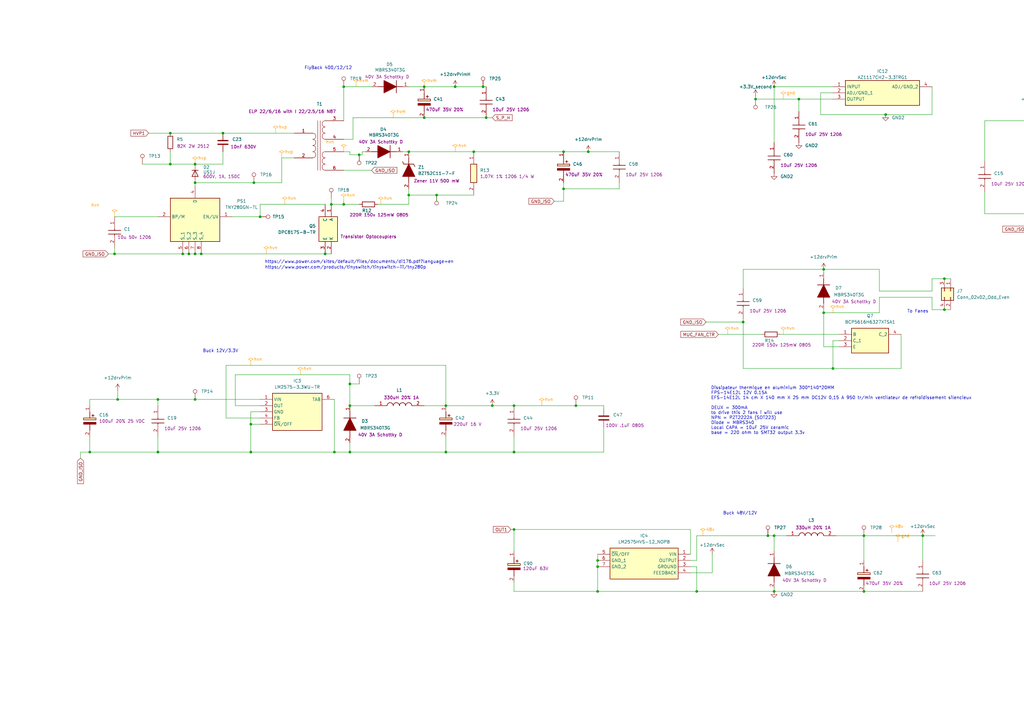
<source format=kicad_sch>
(kicad_sch (version 20250114) (generator "eeschema") (generator_version "9.0")
  (paper "A3")
  (text "Buck 12V/3.3V" (at 90.424 144.018 0) (effects (font (size 1.27 1.27))))
  (text "To Fanes\n" (at 376.428 127.762 0) (effects (font (size 1.27 1.27))))
  (text "Buck 48V/12V" (at 303.53 210.566 0) (effects (font (size 1.27 1.27))))
  (text "https://www.power.com/sites/default/files/documents/di176.pdf?language=en" (at 147.32 107.442 0) (effects (font (size 1.27 1.27))))
  (text "Dissipateur thermique en aluminium 300*140*20MM\nFPS-14E12L 12V 0.15A \nEFS-14E12L 14 cm X 140 mm X 25 mm DC12V 0,15 A 950 tr/min ventilateur de refroidissement silencieux\n\nDEUX = 300mA \nto drive this 2 fans i will use \nNPN = PZT2222A (SOT223)\nDiode = MBRS340\nLocal CAPA = 10uF 25V ceramic \nbase = 220 ohm to SMT32 output 3.3v " (at 291.592 168.402 0) (effects (font (size 1.27 1.27)) (justify left)))
  (text "https://www.power.com/products/tinyswitch/tinyswitch-iii/tny280p" (at 141.732 109.728 0) (effects (font (size 1.27 1.27))))
  (text "FlyBack 400/12/12" (at 134.62 27.94 0) (effects (font (size 1.27 1.27))))
  (junction (at 102.87 173.99))
  (junction (at 80.01 104.14))
  (junction (at 173.99 35.56))
  (junction (at 378.46 219.71))
  (junction (at 137.16 185.42))
  (junction (at 387.35 127))
  (junction (at 82.55 104.14))
  (junction (at 231.14 62.23))
  (junction (at 314.96 219.71))
  (junction (at 245.11 232.41))
  (junction (at 69.85 67.31))
  (junction (at 133.35 104.14))
  (junction (at 317.5 35.56))
  (junction (at 106.68 88.9))
  (junction (at 421.64 87.63))
  (junction (at 341.63 151.13))
  (junction (at 210.82 185.42))
  (junction (at 48.26 163.83))
  (junction (at 135.89 83.82))
  (junction (at 421.64 49.53))
  (junction (at 147.32 63.5))
  (junction (at 317.5 219.71))
  (junction (at 186.69 35.56))
  (junction (at 363.22 46.99))
  (junction (at 245.11 242.57))
  (junction (at 143.51 166.37))
  (junction (at 486.41 91.44))
  (junction (at 210.82 166.37))
  (junction (at 167.64 80.01))
  (junction (at 241.3 62.23))
  (junction (at 80.01 74.93))
  (junction (at 80.01 163.83))
  (junction (at 194.31 62.23))
  (junction (at 179.07 80.01))
  (junction (at 421.64 91.44))
  (junction (at 199.39 48.26))
  (junction (at 143.51 185.42))
  (junction (at 337.82 110.49))
  (junction (at 182.88 185.42))
  (junction (at 77.47 104.14))
  (junction (at 486.41 73.66))
  (junction (at 210.82 217.17))
  (junction (at 104.14 74.93))
  (junction (at 201.93 166.37))
  (junction (at 354.33 219.71))
  (junction (at 91.44 54.61))
  (junction (at 387.35 114.3))
  (junction (at 317.5 242.57))
  (junction (at 421.64 60.96))
  (junction (at 102.87 185.42))
  (junction (at 74.93 104.14))
  (junction (at 231.14 77.47))
  (junction (at 327.66 40.64))
  (junction (at 182.88 166.37))
  (junction (at 64.77 163.83))
  (junction (at 80.01 67.31))
  (junction (at 167.64 62.23))
  (junction (at 198.12 35.56))
  (junction (at 245.11 229.87))
  (junction (at 449.58 60.96))
  (junction (at 337.82 128.27))
  (junction (at 46.99 104.14))
  (junction (at 309.88 40.64))
  (junction (at 36.83 185.42))
  (junction (at 143.51 157.48))
  (junction (at 140.97 35.56))
  (junction (at 304.8 132.08))
  (junction (at 173.99 48.26))
  (junction (at 64.77 185.42))
  (junction (at 236.22 166.37))
  (junction (at 285.75 242.57))
  (junction (at 69.85 54.61))
  (junction (at 354.33 242.57))
  (junction (at 140.97 83.82))
  (wire (pts (xy 317.5 219.71) (xy 317.5 226.06)))
  (wire (pts (xy 167.64 80.01) (xy 167.64 77.47)))
  (wire (pts (xy 304.8 132.08) (xy 289.56 132.08)))
  (wire (pts (xy 148.59 62.23) (xy 148.59 63.5)))
  (wire (pts (xy 254 77.47) (xy 231.14 77.47)))
  (wire (pts (xy 64.77 185.42) (xy 64.77 179.07)))
  (wire (pts (xy 102.87 168.91) (xy 106.68 168.91)))
  (wire (pts (xy 209.55 217.17) (xy 210.82 217.17)))
  (wire (pts (xy 91.44 62.23) (xy 91.44 67.31)))
  (wire (pts (xy 36.83 163.83) (xy 48.26 163.83)))
  (wire (pts (xy 96.52 153.67) (xy 143.51 153.67)))
  (wire (pts (xy 179.07 80.01) (xy 167.64 80.01)))
  (wire (pts (xy 64.77 163.83) (xy 64.77 166.37)))
  (wire (pts (xy 91.44 54.61) (xy 120.65 54.61)))
  (wire (pts (xy 304.8 130.81) (xy 304.8 132.08)))
  (wire (pts (xy 403.86 87.63) (xy 421.64 87.63)))
  (wire (pts (xy 389.89 114.3) (xy 387.35 114.3)))
  (wire (pts (xy 179.07 80.01) (xy 194.31 80.01)))
  (wire (pts (xy 210.82 185.42) (xy 210.82 179.07)))
  (wire (pts (xy 285.75 229.87) (xy 283.21 229.87)))
  (wire (pts (xy 60.96 54.61) (xy 69.85 54.61)))
  (wire (pts (xy 144.78 57.15) (xy 144.78 48.26)))
  (wire (pts (xy 360.68 121.92) (xy 382.27 121.92)))
  (wire (pts (xy 382.27 121.92) (xy 382.27 127)))
  (wire (pts (xy 449.58 60.96) (xy 421.64 60.96)))
  (wire (pts (xy 382.27 127) (xy 387.35 127)))
  (wire (pts (xy 143.51 181.61) (xy 143.51 185.42)))
  (wire (pts (xy 317.5 242.57) (xy 354.33 242.57)))
  (wire (pts (xy 421.64 49.53) (xy 421.64 50.8)))
  (wire (pts (xy 210.82 166.37) (xy 236.22 166.37)))
  (wire (pts (xy 449.58 60.96) (xy 486.41 60.96)))
  (wire (pts (xy 421.64 93.98) (xy 421.64 91.44)))
  (wire (pts (xy 254 74.93) (xy 254 77.47)))
  (wire (pts (xy 210.82 217.17) (xy 283.21 217.17)))
  (wire (pts (xy 140.97 35.56) (xy 152.4 35.56)))
  (wire (pts (xy 154.94 83.82) (xy 167.64 83.82)))
  (wire (pts (xy 354.33 242.57) (xy 378.46 242.57)))
  (wire (pts (xy 285.75 232.41) (xy 285.75 242.57)))
  (wire (pts (xy 245.11 232.41) (xy 245.11 242.57)))
  (wire (pts (xy 102.87 173.99) (xy 102.87 185.42)))
  (wire (pts (xy 403.86 78.74) (xy 403.86 87.63)))
  (wire (pts (xy 36.83 185.42) (xy 64.77 185.42)))
  (wire (pts (xy 148.59 62.23) (xy 149.86 62.23)))
  (wire (pts (xy 133.35 104.14) (xy 135.89 104.14)))
  (wire (pts (xy 179.07 82.55) (xy 179.07 80.01)))
  (wire (pts (xy 336.55 38.1) (xy 341.63 38.1)))
  (wire (pts (xy 106.68 83.82) (xy 106.68 88.9)))
  (wire (pts (xy 231.14 62.23) (xy 241.3 62.23)))
  (wire (pts (xy 143.51 63.5) (xy 143.51 62.23)))
  (wire (pts (xy 304.8 110.49) (xy 304.8 118.11)))
  (wire (pts (xy 285.75 229.87) (xy 285.75 219.71)))
  (wire (pts (xy 421.64 60.96) (xy 421.64 58.42)))
  (wire (pts (xy 46.99 88.9) (xy 64.77 88.9)))
  (wire (pts (xy 403.86 49.53) (xy 403.86 66.04)))
  (wire (pts (xy 304.8 151.13) (xy 341.63 151.13)))
  (wire (pts (xy 143.51 153.67) (xy 143.51 157.48)))
  (wire (pts (xy 135.89 83.82) (xy 140.97 83.82)))
  (wire (pts (xy 210.82 185.42) (xy 247.65 185.42)))
  (wire (pts (xy 167.64 80.01) (xy 167.64 83.82)))
  (wire (pts (xy 46.99 101.6) (xy 46.99 104.14)))
  (wire (pts (xy 304.8 110.49) (xy 337.82 110.49)))
  (wire (pts (xy 115.57 64.77) (xy 120.65 64.77)))
  (wire (pts (xy 80.01 74.93) (xy 80.01 76.2)))
  (wire (pts (xy 182.88 185.42) (xy 182.88 179.07)))
  (wire (pts (xy 486.41 73.66) (xy 514.35 73.66)))
  (wire (pts (xy 283.21 217.17) (xy 283.21 227.33)))
  (wire (pts (xy 231.14 82.55) (xy 231.14 77.47)))
  (wire (pts (xy 421.64 45.72) (xy 421.64 49.53)))
  (wire (pts (xy 92.71 171.45) (xy 106.68 171.45)))
  (wire (pts (xy 106.68 166.37) (xy 96.52 166.37)))
  (wire (pts (xy 341.63 151.13) (xy 369.57 151.13)))
  (wire (pts (xy 33.02 185.42) (xy 36.83 185.42)))
  (wire (pts (xy 69.85 67.31) (xy 69.85 62.23)))
  (wire (pts (xy 360.68 128.27) (xy 360.68 121.92)))
  (wire (pts (xy 245.11 229.87) (xy 245.11 232.41)))
  (wire (pts (xy 283.21 234.95) (xy 292.1 234.95)))
  (wire (pts (xy 96.52 166.37) (xy 96.52 153.67)))
  (wire (pts (xy 309.88 40.64) (xy 327.66 40.64)))
  (wire (pts (xy 360.68 119.38) (xy 382.27 119.38)))
  (wire (pts (xy 337.82 142.24) (xy 344.17 142.24)))
  (wire (pts (xy 69.85 67.31) (xy 80.01 67.31)))
  (wire (pts (xy 74.93 104.14) (xy 77.47 104.14)))
  (wire (pts (xy 167.64 35.56) (xy 173.99 35.56)))
  (wire (pts (xy 317.5 35.56) (xy 317.5 58.42)))
  (wire (pts (xy 342.9 219.71) (xy 354.33 219.71)))
  (wire (pts (xy 360.68 110.49) (xy 360.68 119.38)))
  (wire (pts (xy 77.47 104.14) (xy 80.01 104.14)))
  (wire (pts (xy 173.99 48.26) (xy 199.39 48.26)))
  (wire (pts (xy 294.64 137.16) (xy 312.42 137.16)))
  (wire (pts (xy 106.68 83.82) (xy 133.35 83.82)))
  (wire (pts (xy 48.26 160.02) (xy 48.26 163.83)))
  (wire (pts (xy 64.77 185.42) (xy 102.87 185.42)))
  (wire (pts (xy 449.58 57.15) (xy 449.58 60.96)))
  (wire (pts (xy 247.65 167.64) (xy 247.65 166.37)))
  (wire (pts (xy 186.69 35.56) (xy 198.12 35.56)))
  (wire (pts (xy 140.97 35.56) (xy 140.97 49.53)))
  (wire (pts (xy 421.64 91.44) (xy 486.41 91.44)))
  (wire (pts (xy 378.46 219.71) (xy 378.46 229.87)))
  (wire (pts (xy 354.33 219.71) (xy 354.33 229.87)))
  (wire (pts (xy 201.93 166.37) (xy 210.82 166.37)))
  (wire (pts (xy 104.14 74.93) (xy 115.57 74.93)))
  (wire (pts (xy 140.97 57.15) (xy 144.78 57.15)))
  (wire (pts (xy 115.57 64.77) (xy 115.57 74.93)))
  (wire (pts (xy 137.16 185.42) (xy 143.51 185.42)))
  (wire (pts (xy 236.22 166.37) (xy 247.65 166.37)))
  (wire (pts (xy 140.97 82.55) (xy 140.97 83.82)))
  (wire (pts (xy 182.88 149.86) (xy 182.88 166.37)))
  (wire (pts (xy 337.82 128.27) (xy 337.82 142.24)))
  (wire (pts (xy 182.88 185.42) (xy 210.82 185.42)))
  (wire (pts (xy 143.51 157.48) (xy 143.51 166.37)))
  (wire (pts (xy 421.64 87.63) (xy 421.64 91.44)))
  (wire (pts (xy 102.87 185.42) (xy 137.16 185.42)))
  (wire (pts (xy 140.97 62.23) (xy 143.51 62.23)))
  (wire (pts (xy 137.16 163.83) (xy 137.16 185.42)))
  (wire (pts (xy 486.41 73.66) (xy 486.41 78.74)))
  (wire (pts (xy 241.3 62.23) (xy 254 62.23)))
  (wire (pts (xy 102.87 168.91) (xy 102.87 173.99)))
  (wire (pts (xy 92.71 149.86) (xy 182.88 149.86)))
  (wire (pts (xy 363.22 46.99) (xy 336.55 46.99)))
  (wire (pts (xy 314.96 219.71) (xy 317.5 219.71)))
  (wire (pts (xy 320.04 137.16) (xy 344.17 137.16)))
  (wire (pts (xy 36.83 185.42) (xy 36.83 179.07)))
  (wire (pts (xy 148.59 63.5) (xy 147.32 63.5)))
  (wire (pts (xy 317.5 35.56) (xy 341.63 35.56)))
  (wire (pts (xy 421.64 60.96) (xy 421.64 74.93)))
  (wire (pts (xy 245.11 242.57) (xy 285.75 242.57)))
  (wire (pts (xy 317.5 219.71) (xy 322.58 219.71)))
  (wire (pts (xy 337.82 110.49) (xy 360.68 110.49)))
  (wire (pts (xy 382.27 114.3) (xy 382.27 119.38)))
  (wire (pts (xy 421.64 49.53) (xy 449.58 49.53)))
  (wire (pts (xy 143.51 157.48) (xy 147.32 157.48)))
  (wire (pts (xy 165.1 62.23) (xy 167.64 62.23)))
  (wire (pts (xy 285.75 219.71) (xy 314.96 219.71)))
  (wire (pts (xy 247.65 175.26) (xy 247.65 185.42)))
  (wire (pts (xy 58.42 67.31) (xy 69.85 67.31)))
  (wire (pts (xy 337.82 110.49) (xy 337.82 111.76)))
  (wire (pts (xy 80.01 67.31) (xy 91.44 67.31)))
  (wire (pts (xy 317.5 241.3) (xy 317.5 242.57)))
  (wire (pts (xy 69.85 54.61) (xy 91.44 54.61)))
  (wire (pts (xy 198.12 35.56) (xy 199.39 35.56)))
  (wire (pts (xy 231.14 77.47) (xy 231.14 74.93)))
  (wire (pts (xy 369.57 137.16) (xy 369.57 151.13)))
  (wire (pts (xy 327.66 40.64) (xy 327.66 45.72)))
  (wire (pts (xy 425.45 74.93) (xy 421.64 74.93)))
  (wire (pts (xy 135.89 81.28) (xy 135.89 83.82)))
  (wire (pts (xy 173.99 166.37) (xy 182.88 166.37)))
  (wire (pts (xy 80.01 74.93) (xy 104.14 74.93)))
  (wire (pts (xy 327.66 40.64) (xy 341.63 40.64)))
  (wire (pts (xy 210.82 217.17) (xy 210.82 226.06)))
  (wire (pts (xy 421.64 77.47) (xy 421.64 87.63)))
  (wire (pts (xy 378.46 219.71) (xy 383.54 219.71)))
  (wire (pts (xy 285.75 242.57) (xy 317.5 242.57)))
  (wire (pts (xy 382.27 35.56) (xy 382.27 46.99)))
  (wire (pts (xy 147.32 63.5) (xy 143.51 63.5)))
  (wire (pts (xy 245.11 227.33) (xy 245.11 229.87)))
  (wire (pts (xy 82.55 104.14) (xy 133.35 104.14)))
  (wire (pts (xy 227.33 82.55) (xy 231.14 82.55)))
  (wire (pts (xy 341.63 139.7) (xy 341.63 151.13)))
  (wire (pts (xy 486.41 91.44) (xy 514.35 91.44)))
  (wire (pts (xy 421.64 49.53) (xy 403.86 49.53)))
  (wire (pts (xy 292.1 227.33) (xy 292.1 234.95)))
  (wire (pts (xy 140.97 83.82) (xy 147.32 83.82)))
  (wire (pts (xy 336.55 46.99) (xy 336.55 38.1)))
  (wire (pts (xy 387.35 114.3) (xy 382.27 114.3)))
  (wire (pts (xy 337.82 127) (xy 337.82 128.27)))
  (wire (pts (xy 80.01 163.83) (xy 64.77 163.83)))
  (wire (pts (xy 36.83 163.83) (xy 36.83 166.37)))
  (wire (pts (xy 33.02 187.96) (xy 33.02 185.42)))
  (wire (pts (xy 48.26 163.83) (xy 64.77 163.83)))
  (wire (pts (xy 140.97 69.85) (xy 152.4 69.85)))
  (wire (pts (xy 106.68 163.83) (xy 80.01 163.83)))
  (wire (pts (xy 44.45 104.14) (xy 46.99 104.14)))
  (wire (pts (xy 210.82 242.57) (xy 245.11 242.57)))
  (wire (pts (xy 80.01 104.14) (xy 82.55 104.14)))
  (wire (pts (xy 173.99 35.56) (xy 186.69 35.56)))
  (wire (pts (xy 106.68 88.9) (xy 95.25 88.9)))
  (wire (pts (xy 354.33 219.71) (xy 378.46 219.71)))
  (wire (pts (xy 210.82 238.76) (xy 210.82 242.57)))
  (wire (pts (xy 421.64 77.47) (xy 425.45 77.47)))
  (wire (pts (xy 144.78 48.26) (xy 173.99 48.26)))
  (wire (pts (xy 283.21 232.41) (xy 285.75 232.41)))
  (wire (pts (xy 182.88 166.37) (xy 201.93 166.37)))
  (wire (pts (xy 92.71 149.86) (xy 92.71 171.45)))
  (wire (pts (xy 304.8 132.08) (xy 304.8 151.13)))
  (wire (pts (xy 46.99 104.14) (xy 74.93 104.14)))
  (wire (pts (xy 309.88 40.64) (xy 309.88 39.37)))
  (wire (pts (xy 143.51 166.37) (xy 153.67 166.37)))
  (wire (pts (xy 486.41 60.96) (xy 486.41 73.66)))
  (wire (pts (xy 341.63 139.7) (xy 344.17 139.7)))
  (wire (pts (xy 194.31 62.23) (xy 231.14 62.23)))
  (wire (pts (xy 382.27 46.99) (xy 363.22 46.99)))
  (wire (pts (xy 199.39 48.26) (xy 201.93 48.26)))
  (wire (pts (xy 337.82 128.27) (xy 360.68 128.27)))
  (wire (pts (xy 387.35 127) (xy 389.89 127)))
  (wire (pts (xy 102.87 173.99) (xy 106.68 173.99)))
  (wire (pts (xy 167.64 62.23) (xy 194.31 62.23)))
  (wire (pts (xy 143.51 185.42) (xy 182.88 185.42)))
  (global_label "OUT1" (shape input) (at 209.55 217.17 180) (property "Intersheetrefs" "${INTERSHEET_REFS}" (effects (hide yes))))
  (global_label "HVP1" (shape input) (at 60.96 54.61 180) (property "Intersheetrefs" "${INTERSHEET_REFS}" (effects (hide yes))))
  (global_label "MUC_FAN_CTR" (shape input) (at 294.64 137.16 180) (property "Intersheetrefs" "${INTERSHEET_REFS}" (effects (hide yes))))
  (global_label "GND_ISO" (shape input) (at 289.56 132.08 180) (property "Intersheetrefs" "${INTERSHEET_REFS}" (effects (hide yes))))
  (global_label "GND_ISO" (shape input) (at 33.02 187.96 270) (property "Intersheetrefs" "${INTERSHEET_REFS}" (effects (hide yes))))
  (global_label "GND_ISO" (shape input) (at 227.33 82.55 180) (property "Intersheetrefs" "${INTERSHEET_REFS}" (effects (hide yes))))
  (global_label "GND_ISO" (shape input) (at 421.64 93.98 180) (property "Intersheetrefs" "${INTERSHEET_REFS}" (effects (hide yes))))
  (global_label "S_P_H" (shape input) (at 201.93 48.26 0) (property "Intersheetrefs" "${INTERSHEET_REFS}" (effects (hide yes))))
  (global_label "GND_ISO" (shape input) (at 44.45 104.14 180) (property "Intersheetrefs" "${INTERSHEET_REFS}" (effects (hide yes))))
  (global_label "GND_ISO" (shape input) (at 152.4 69.85 0) (property "Intersheetrefs" "${INTERSHEET_REFS}" (effects (hide yes))))
  (netclass_flag "" (length 2.54) (shape diamond) (at 368.3 222.25 0) (property "Netclass" "gnd" (at 369.5065 219.71 0) (effects (justify left))))
  (netclass_flag "" (length 2.54) (shape diamond) (at 288.29 219.71 0) (property "Netclass" "48v" (at 289.4965 217.17 0) (effects (justify left))))
  (netclass_flag "" (length 2.54) (shape diamond) (at 109.22 104.14 0) (property "Netclass" "hvn" (at 110.4265 101.6 0) (effects (justify left))))
  (netclass_flag "" (length 2.54) (shape diamond) (at 478.79 60.96 0) (property "Netclass" "hvn" (at 479.9965 58.42 0) (effects (justify left))))
  (netclass_flag "" (length 2.54) (shape diamond) (at 161.29 48.26 0) (property "Netclass" "hvm" (at 162.4965 45.72 0) (effects (justify left))))
  (netclass_flag "" (length 2.54) (shape diamond) (at 298.45 137.16 0) (property "Netclass" "hvn" (at 299.6565 134.62 0) (effects (justify left))))
  (netclass_flag "" (length 2.54) (shape diamond) (at 113.03 54.61 0) (property "Netclass" "hvp" (at 114.2365 52.07 0) (effects (justify left))))
  (netclass_flag "" (length 2.54) (shape diamond) (at 321.31 40.64 0) (property "Netclass" "gnd" (at 322.5165 38.1 0) (effects (justify left))))
  (netclass_flag "" (length 2.54) (shape diamond) (at 123.19 153.67 0) (property "Netclass" "hvn" (at 124.3965 151.13 0) (effects (justify left))))
  (netclass_flag "" (length 2.54) (shape diamond) (at 173.99 35.56 0) (property "Netclass" "hvm" (at 175.1965 33.02 0) (effects (justify left))))
  (netclass_flag "" (length 2.54) (shape diamond) (at 102.87 149.86 0) (property "Netclass" "hvn" (at 104.0765 147.32 0) (effects (justify left))))
  (netclass_flag "" (length 2.54) (shape diamond) (at 222.25 166.37 0) (property "Netclass" "hvn" (at 223.4565 163.83 0) (effects (justify left))))
  (netclass_flag "" (length 2.54) (shape diamond) (at 140.97 82.55 0) (property "Netclass" "hvn" (at 142.1765 80.01 0) (effects (justify left))))
  (netclass_flag "" (length 2.54) (shape diamond) (at 146.05 35.56 0) (property "Netclass" "hvm" (at 147.2565 33.02 0) (effects (justify left))))
  (netclass_flag "" (length 2.54) (shape diamond) (at 80.01 67.31 0) (property "Netclass" "hvp" (at 81.2165 64.77 0) (effects (justify left))))
  (netclass_flag "" (length 2.54) (shape diamond) (at 156.21 83.82 0) (property "Netclass" "hvn" (at 157.4165 81.28 0) (effects (justify left))))
  (netclass_flag "" (length 2.54) (shape diamond) (at 341.63 128.27 0) (property "Netclass" "hvn" (at 342.8365 125.73 0) (effects (justify left))))
  (netclass_flag "" (length 2.54) (shape diamond) (at 321.31 137.16 0) (property "Netclass" "hvn" (at 322.5165 134.62 0) (effects (justify left))))
  (netclass_flag "" (length 2.54) (shape diamond) (at 46.99 88.9 0) (property "Netclass" "hvn" (at 37.338 84.074 0) (effects (justify left))))
  (netclass_flag "" (length 2.54) (shape diamond) (at 186.69 62.23 0) (property "Netclass" "hvn" (at 187.8965 59.69 0) (effects (justify left))))
  (netclass_flag "" (length 2.54) (shape diamond) (at 116.84 83.82 0) (property "Netclass" "hvn" (at 118.0465 81.28 0) (effects (justify left))))
  (netclass_flag "" (length 2.54) (shape diamond) (at 140.97 62.23 0) (property "Netclass" "hvn" (at 133.604 58.166 0) (effects (justify left))))
  (netclass_flag "" (length 2.54) (shape diamond) (at 365.76 218.44 0) (property "Netclass" "48v" (at 366.9665 215.9 0) (effects (justify left))))
  (netclass_flag "" (length 2.54) (shape diamond) (at 115.57 64.77 0) (property "Netclass" "hvp" (at 116.7765 62.23 0) (effects (justify left))))
  (symbol (lib_id "power:GND2") (at 317.5 242.57 0) (unit 1)
    (property "Reference" "#PWR030" (effects (hide yes)))
    (property "Value" "GND2" (at 320.04 243.8399 0) (effects (justify left)))
    (property "Description" "Power symbol creates a global label with name \"GND2\" , ground" (effects (hide yes)))
  )
  (symbol (lib_id "Connector:TestPoint") (at 236.22 166.37 0) (unit 1)
    (property "Reference" "TP11" (at 238.76 163.0679 0) (effects (justify left)))
    (property "Value" "TestPoint" (effects (hide yes)))
    (property "Footprint" "TestPoint:TestPoint_Pad_D1.0mm" (effects (hide yes)))
    (property "Description" "test point" (effects (hide yes)))
  )
  (symbol (lib_id "AZ1117CH2-3_3TRG1:AZ1117CH2-3.3TRG1") (at 341.63 35.56 0) (unit 1)
    (property "Reference" "IC12" (at 361.95 29.21 0))
    (property "Value" "AZ1117CH2-3.3TRG1" (at 361.95 31.75 0))
    (property "Footprint" "SOT230P700X180-4N" (effects (hide yes)))
    (property "Datasheet" "https://www.diodes.com//assets/Datasheets/AZ1117C.pdf" (effects (hide yes)))
    (property "Description" "LDO Voltage Regulators LDO BJT HiCurr SOT223 T&R 4K" (effects (hide yes)))
    (property "Height" "1.8" (effects (hide yes)))
    (property "Mouser Part Number" "621-AZ1117CH2-33TRG1" (effects (hide yes)))
    (property "Mouser Price/Stock" "https://www.mouser.co.uk/ProductDetail/Diodes-Incorporated/AZ1117CH2-3.3TRG1?qs=lQAVKuKFhkLc7jCxso2G3w%3D%3D" (effects (hide yes)))
    (property "Manufacturer_Name" "Diodes Incorporated" (effects (hide yes)))
    (property "Manufacturer_Part_Number" "AZ1117CH2-3.3TRG1" (effects (hide yes)))
  )
  (symbol (lib_id "power:+5V") (at 201.93 166.37 0) (unit 1)
    (property "Reference" "#PWR019" (effects (hide yes)))
    (property "Value" "+3.3V" (at 201.93 161.29 0))
    (property "Description" "Power symbol creates a global label with name \"+5V\"" (effects (hide yes)))
  )
  (symbol (lib_id "BZT52C11-7-F:BZT52C11-7-F") (at 167.64 62.23 270) (unit 1)
    (property "Reference" "Z1" (at 171.45 68.5799 90) (effects (justify left)))
    (property "Value" "BZT52C11-7-F" (at 171.45 71.1199 90) (effects (justify left)))
    (property "Footprint" "BZT52C11-7-F:SOD3716X145N" (effects (hide yes)))
    (property "Datasheet" "https://www.diodes.com//assets/Datasheets/ds18004.pdf" (effects (hide yes)))
    (property "Description" "Zener 11V 500 mW" (at 179.07 74.168 90))
    (property "Height" "1.45" (effects (hide yes)))
    (property "Mouser Part Number" "621-BZT52C11-F" (effects (hide yes)))
    (property "Mouser Price/Stock" "https://www.mouser.co.uk/ProductDetail/Diodes-Incorporated/BZT52C11-7-F?qs=NCeJV9s1cFlH%2FmA72UzX4g%3D%3D" (effects (hide yes)))
    (property "Manufacturer_Name" "Diodes Incorporated" (effects (hide yes)))
    (property "Manufacturer_Part_Number" "BZT52C11-7-F" (effects (hide yes)))
  )
  (symbol (lib_id "LM4040AIM3-10_0_NOPB:LM4040AIM3-10.0_NOPB") (at 425.45 74.93 0) (unit 1)
    (property "Reference" "IC13" (at 436.88 67.31 0))
    (property "Value" "LM4040AIM3-2.0" (at 436.88 69.85 0))
    (property "Footprint" "LM4040AIM3-10.0_NOPB:SOT95P237X112-3N" (effects (hide yes)))
    (property "Datasheet" "https://www.ti.com/lit/ds/symlink/lm4040c25-ep.pdf?ts=1759651217948&ref_url=https%253A%252F%252Fwww.ti.com%252Fproduct%252FLM4040C25-EP%253Futm_source%253Dgoogle%2526utm_medium%253Dcpc%2526utm_campaign%253Dapp-lp-null-44700045336317554_prodfolderdynamic-cpc-pf-google-eu_en_int%2526utm_content%253Dprodfolddynamic%2526ds_k%253DDYNAMIC+SEARCH+ADS%2526DCM%253Dyes%2526gclsrc%253Daw.ds%2526gad_source%253D1%2526gad_campaignid%253D8849308695" (effects (hide yes)))
    (property "Description" "PRECISION MICROPOWER SHUNT VOLTAGE REFERENCE 2.5v" (effects (hide yes)))
    (property "Manufacturer_Name" "Texas Instruments" (effects (hide yes)))
  )
  (symbol (lib_id "GRM31CR71E106KA12K:GRM31CR71E106KA12K") (at 199.39 35.56 270) (unit 1)
    (property "Reference" "C43" (at 203.2 40.6399 90) (effects (justify left)))
    (property "Value" "GRM31CR71E106KA12K" (effects (hide yes)))
    (property "Footprint" "GRM31CR71E106KA12K:GRM31x" (effects (hide yes)))
    (property "Datasheet" "https://search.murata.co.jp/Ceramy/image/img/A01X/G101/ENG/GRM31CR71E106KA12-01CA.pdf" (effects (hide yes)))
    (property "Description" "10uF 25V 1206" (at 209.55 44.958 90))
    (property "Height" "1.25" (effects (hide yes)))
    (property "Mouser Part Number" "81-GRM31CR71E106KA2K" (effects (hide yes)))
    (property "Mouser Price/Stock" "https://www.mouser.co.uk/ProductDetail/Murata-Electronics/GRM31CR71E106KA12K?qs=raY79WRVTyM6xGVExNjdaw%3D%3D" (effects (hide yes)))
    (property "Manufacturer_Name" "Murata Electronics" (effects (hide yes)))
    (property "Manufacturer_Part_Number" "GRM31CR71E106KA12K" (effects (hide yes)))
  )
  (symbol (lib_id "Connector:TestPoint") (at 147.32 63.5 0) (mirror x) (unit 1)
    (property "Reference" "TP22" (at 149.86 66.8021 0) (effects (justify left)))
    (property "Value" "TestPoint" (effects (hide yes)))
    (property "Footprint" "TestPoint:TestPoint_Pad_D1.0mm" (effects (hide yes)))
    (property "Description" "test point" (effects (hide yes)))
  )
  (symbol (lib_id "GRM31CR71E106KA12K:GRM31CR71E106KA12K") (at 317.5 58.42 270) (unit 1)
    (property "Reference" "C60" (at 321.31 63.4999 90) (effects (justify left)))
    (property "Value" "GRM31CR71E106KA12K" (effects (hide yes)))
    (property "Footprint" "GRM31CR71E106KA12K:GRM31x" (effects (hide yes)))
    (property "Datasheet" "https://search.murata.co.jp/Ceramy/image/img/A01X/G101/ENG/GRM31CR71E106KA12-01CA.pdf" (effects (hide yes)))
    (property "Description" "10uF 25V 1206" (at 327.66 67.818 90))
    (property "Height" "1.25" (effects (hide yes)))
    (property "Mouser Part Number" "81-GRM31CR71E106KA2K" (effects (hide yes)))
    (property "Mouser Price/Stock" "https://www.mouser.co.uk/ProductDetail/Murata-Electronics/GRM31CR71E106KA12K?qs=raY79WRVTyM6xGVExNjdaw%3D%3D" (effects (hide yes)))
    (property "Manufacturer_Name" "Murata Electronics" (effects (hide yes)))
    (property "Manufacturer_Part_Number" "GRM31CR71E106KA12K" (effects (hide yes)))
  )
  (symbol (lib_id "GRM31CR71E106KA12K:GRM31CR71E106KA12K") (at 327.66 45.72 270) (unit 1)
    (property "Reference" "C61" (at 331.47 50.7999 90) (effects (justify left)))
    (property "Value" "GRM31CR71E106KA12K" (effects (hide yes)))
    (property "Footprint" "GRM31CR71E106KA12K:GRM31x" (effects (hide yes)))
    (property "Datasheet" "https://search.murata.co.jp/Ceramy/image/img/A01X/G101/ENG/GRM31CR71E106KA12-01CA.pdf" (effects (hide yes)))
    (property "Description" "10uF 25V 1206" (at 337.82 55.118 90))
    (property "Height" "1.25" (effects (hide yes)))
    (property "Mouser Part Number" "81-GRM31CR71E106KA2K" (effects (hide yes)))
    (property "Mouser Price/Stock" "https://www.mouser.co.uk/ProductDetail/Murata-Electronics/GRM31CR71E106KA12K?qs=raY79WRVTyM6xGVExNjdaw%3D%3D" (effects (hide yes)))
    (property "Manufacturer_Name" "Murata Electronics" (effects (hide yes)))
    (property "Manufacturer_Part_Number" "GRM31CR71E106KA12K" (effects (hide yes)))
  )
  (symbol (lib_id "EEV-FK1V471Q:EEV-FK1V471Q") (at 173.99 35.56 270) (unit 1)
    (property "Reference" "C41" (at 177.8 40.6399 90) (effects (justify left)))
    (property "Value" "EEV-FK1V471Q" (effects (hide yes)))
    (property "Footprint" "EEV-FK1V471Q:EEEFK0J332AQ" (effects (hide yes)))
    (property "Datasheet" "http://industrial.panasonic.com/cdbs/www-data/pdf/RDE0000/ABA0000C1181.pdf" (effects (hide yes)))
    (property "Description" "470uF 35V 20%" (at 182.372 44.958 90))
    (property "Height" "15" (effects (hide yes)))
    (property "Mouser Part Number" "667-EEV-FK1V471Q" (effects (hide yes)))
    (property "Mouser Price/Stock" "https://www.mouser.co.uk/ProductDetail/Panasonic/EEV-FK1V471Q?qs=f%252BPvLx1Hi0nmPvz1q5bc1Q%3D%3D" (effects (hide yes)))
    (property "Manufacturer_Name" "Panasonic" (effects (hide yes)))
    (property "Manufacturer_Part_Number" "EEV-FK1V471Q" (effects (hide yes)))
    (property "Field10" "Cap Aluminum Lytic 470uF 35V 20% (12.5 X 13.5mm) SMD 0.06 Ohm 1100mA 2000h 105C Automotive T/R" (effects (hide yes)))
  )
  (symbol (lib_id "MBRS340T3G:MBRS340T3G") (at 337.82 111.76 90) (mirror x) (unit 1)
    (property "Reference" "D7" (at 343.916 118.11 90))
    (property "Value" "MBRS340T3G" (at 348.234 120.904 90))
    (property "Footprint" "MBRS340T3G:DIOM8059X261N" (effects (hide yes)))
    (property "Datasheet" "https://www.onsemi.com/pub/Collateral/MBRS340T3-D.PDF" (effects (hide yes)))
    (property "Description" "40V 3A Schottky D" (at 350.266 123.698 90))
    (property "Height" "2.61" (effects (hide yes)))
    (property "Mouser Part Number" "863-MBRS340T3G" (effects (hide yes)))
    (property "Mouser Price/Stock" "https://www.mouser.co.uk/ProductDetail/onsemi/MBRS340T3G?qs=3JMERSakeboCr3wxBgfY3w%3D%3D" (effects (hide yes)))
    (property "Manufacturer_Name" "onsemi" (effects (hide yes)))
    (property "Manufacturer_Part_Number" "MBRS340T3G" (effects (hide yes)))
  )
  (symbol (lib_id "Connector:TestPoint") (at 147.32 157.48 0) (unit 1)
    (property "Reference" "TP23" (at 149.86 154.1779 0) (effects (justify left)))
    (property "Value" "TestPoint" (effects (hide yes)))
    (property "Footprint" "TestPoint:TestPoint_Pad_D1.0mm" (effects (hide yes)))
    (property "Description" "test point" (effects (hide yes)))
  )
  (symbol (lib_id "Connector_Generic:Conn_02x02_Odd_Even") (at 389.89 119.38 270) (unit 1)
    (property "Reference" "J7" (at 392.43 119.3799 90) (effects (justify left)))
    (property "Value" "Conn_02x02_Odd_Even" (at 392.43 121.9199 90) (effects (justify left)))
    (property "Footprint" "Connector_PinHeader_2.54mm:PinHeader_2x02_P2.54mm_Vertical_SMD" (effects (hide yes)))
    (property "Description" "Generic connector, double row, 02x02, odd/even pin numbering scheme (row 1 odd numbers, row 2 even numbers), script generated (kicad-library-utils/schlib/autogen/connector/)" (effects (hide yes)))
  )
  (symbol (lib_id "Connector:TestPoint") (at 104.14 74.93 0) (unit 1)
    (property "Reference" "TP16" (at 106.68 71.6279 0) (effects (justify left)))
    (property "Value" "TestPoint" (effects (hide yes)))
    (property "Footprint" "TestPoint:TestPoint_Pad_D1.0mm" (effects (hide yes)))
    (property "Description" "test point" (effects (hide yes)))
  )
  (symbol (lib_id "Device:R") (at 69.85 58.42 0) (unit 1)
    (property "Reference" "R5" (at 72.39 57.1499 0) (effects (justify left)))
    (property "Value" "9-2176070-5" (effects (hide yes)))
    (property "Footprint" "Resistor_SMD:R_2512_6332Metric" (effects (hide yes)))
    (property "Datasheet" "https://www.te.com/commerce/DocumentDelivery/DDEController?Action=srchrtrv&DocNm=2176070&DocType=Customer+Drawing&DocLang=English&PartCntxt=9-2176070-5&DocFormat=pdf" (effects (hide yes)))
    (property "Description" "82K 2W 2512" (at 79.248 59.944 0))
    (property "Mouser Part Number" "9-2176070-5" (effects (hide yes)))
    (property "Manufacturer_Name" "TE Connectivity / P&B" (effects (hide yes)))
    (property "Manufacturer_Part_Number " "571-9-2176070-5" (effects (hide yes)))
  )
  (symbol (lib_id "GRM31CR71E106KA12K:GRM31CR71E106KA12K") (at 210.82 166.37 270) (unit 1)
    (property "Reference" "C44" (at 214.63 171.4499 90) (effects (justify left)))
    (property "Value" "GRM31CR71E106KA12K" (effects (hide yes)))
    (property "Footprint" "GRM31CR71E106KA12K:GRM31x" (effects (hide yes)))
    (property "Datasheet" "https://search.murata.co.jp/Ceramy/image/img/A01X/G101/ENG/GRM31CR71E106KA12-01CA.pdf" (effects (hide yes)))
    (property "Description" "10uF 25V 1206" (at 220.98 175.768 90))
    (property "Height" "1.25" (effects (hide yes)))
    (property "Mouser Part Number" "81-GRM31CR71E106KA2K" (effects (hide yes)))
    (property "Mouser Price/Stock" "https://www.mouser.co.uk/ProductDetail/Murata-Electronics/GRM31CR71E106KA12K?qs=raY79WRVTyM6xGVExNjdaw%3D%3D" (effects (hide yes)))
    (property "Manufacturer_Name" "Murata Electronics" (effects (hide yes)))
    (property "Manufacturer_Part_Number" "GRM31CR71E106KA12K" (effects (hide yes)))
  )
  (symbol (lib_id "GRM31CR71E106KA12K:GRM31CR71E106KA12K") (at 403.86 66.04 270) (unit 1)
    (property "Reference" "C15" (at 407.67 71.1199 90) (effects (justify left)))
    (property "Value" "GRM31CR71E106KA12K" (effects (hide yes)))
    (property "Footprint" "GRM31CR71E106KA12K:GRM31x" (effects (hide yes)))
    (property "Datasheet" "https://search.murata.co.jp/Ceramy/image/img/A01X/G101/ENG/GRM31CR71E106KA12-01CA.pdf" (effects (hide yes)))
    (property "Description" "10uF 25V 1206" (at 414.02 75.438 90))
    (property "Height" "1.25" (effects (hide yes)))
    (property "Mouser Part Number" "81-GRM31CR71E106KA2K" (effects (hide yes)))
    (property "Mouser Price/Stock" "https://www.mouser.co.uk/ProductDetail/Murata-Electronics/GRM31CR71E106KA12K?qs=raY79WRVTyM6xGVExNjdaw%3D%3D" (effects (hide yes)))
    (property "Manufacturer_Name" "Murata Electronics" (effects (hide yes)))
    (property "Manufacturer_Part_Number" "GRM31CR71E106KA12K" (effects (hide yes)))
  )
  (symbol (lib_id "EEV-FK1V471Q:EEV-FK1V471Q") (at 354.33 229.87 270) (unit 1)
    (property "Reference" "C62" (at 358.14 234.9499 90) (effects (justify left)))
    (property "Value" "EEV-FK1V471Q" (effects (hide yes)))
    (property "Footprint" "EEV-FK1V471Q:EEEFK0J332AQ" (effects (hide yes)))
    (property "Datasheet" "http://industrial.panasonic.com/cdbs/www-data/pdf/RDE0000/ABA0000C1181.pdf" (effects (hide yes)))
    (property "Description" "470uF 35V 20%" (at 362.712 239.268 90))
    (property "Height" "15" (effects (hide yes)))
    (property "Mouser Part Number" "667-EEV-FK1V471Q" (effects (hide yes)))
    (property "Mouser Price/Stock" "https://www.mouser.co.uk/ProductDetail/Panasonic/EEV-FK1V471Q?qs=f%252BPvLx1Hi0nmPvz1q5bc1Q%3D%3D" (effects (hide yes)))
    (property "Manufacturer_Name" "Panasonic" (effects (hide yes)))
    (property "Manufacturer_Part_Number" "EEV-FK1V471Q" (effects (hide yes)))
    (property "Field10" "Cap Aluminum Lytic 470uF 35V 20% (12.5 X 13.5mm) SMD 0.06 Ohm 1100mA 2000h 105C Automotive T/R" (effects (hide yes)))
  )
  (symbol (lib_id "power:GND2") (at 363.22 46.99 0) (unit 1)
    (property "Reference" "#PWR038" (effects (hide yes)))
    (property "Value" "GND2" (at 365.76 48.2599 0) (effects (justify left)))
    (property "Description" "Power symbol creates a global label with name \"GND2\" , ground" (effects (hide yes)))
  )
  (symbol (lib_id "power:+12V") (at 48.26 160.02 0) (unit 1)
    (property "Reference" "#PWR04" (effects (hide yes)))
    (property "Value" "+12drvPrim" (at 48.26 154.94 0))
    (property "Description" "Power symbol creates a global label with name \"+12V\"" (effects (hide yes)))
  )
  (symbol (lib_id "power:+12V") (at 378.46 219.71 0) (unit 1)
    (property "Reference" "#PWR041" (effects (hide yes)))
    (property "Value" "+12drvSec" (at 378.46 215.9 0))
    (property "Description" "Power symbol creates a global label with name \"+12V\"" (effects (hide yes)))
  )
  (symbol (lib_id "power:+12V") (at 292.1 227.33 0) (unit 1)
    (property "Reference" "#PWR022" (effects (hide yes)))
    (property "Value" "+12drvSec" (at 292.1 223.52 0))
    (property "Description" "Power symbol creates a global label with name \"+12V\"" (effects (hide yes)))
  )
  (symbol (lib_id "power:GND2") (at 317.5 71.12 0) (unit 1)
    (property "Reference" "#PWR029" (effects (hide yes)))
    (property "Value" "GND2" (at 320.04 72.3899 0) (effects (justify left)))
    (property "Description" "Power symbol creates a global label with name \"GND2\" , ground" (effects (hide yes)))
  )
  (symbol (lib_id "Device:C") (at 247.65 171.45 0) (unit 1)
    (property "Reference" "C47" (at 251.46 170.1799 0) (effects (justify left)))
    (property "Value" "SH21B104K101CT" (effects (hide yes)))
    (property "Footprint" "Capacitor_SMD:C_0805_2012Metric" (effects (hide yes)))
    (property "Datasheet" "https://www.mouser.fr/datasheet/3/317/1/WTC_MLCC_Soft_term_SH.pdf" (effects (hide yes)))
    (property "Description" "100V .1uF 0805" (at 256.286 174.498 0))
    (property "Manufacturer_Name" "Walsin" (effects (hide yes)))
    (property "Manufacturer_Part_Number " "SH21B104K101CT" (effects (hide yes)))
    (property "Mouser Part Number" "791-SH21B104K101CT" (effects (hide yes)))
  )
  (symbol (lib_id "power:+5V") (at 309.88 39.37 0) (unit 1)
    (property "Reference" "#PWR024" (effects (hide yes)))
    (property "Value" "+3.3V_second" (at 309.88 35.56 0))
    (property "Description" "Power symbol creates a global label with name \"+5V\"" (effects (hide yes)))
  )
  (symbol (lib_id "Connector:TestPoint") (at 58.42 67.31 0) (unit 1)
    (property "Reference" "TP13" (at 60.96 64.0079 0) (effects (justify left)))
    (property "Value" "TestPoint" (effects (hide yes)))
    (property "Footprint" "TestPoint:TestPoint_Pad_D1.0mm" (effects (hide yes)))
    (property "Description" "test point" (effects (hide yes)))
  )
  (symbol (lib_id "Connector:TestPoint") (at 135.89 81.28 0) (unit 1)
    (property "Reference" "TP18" (at 138.43 77.9779 0) (effects (justify left)))
    (property "Value" "TestPoint" (effects (hide yes)))
    (property "Footprint" "TestPoint:TestPoint_Pad_D1.0mm" (effects (hide yes)))
    (property "Description" "test point" (effects (hide yes)))
  )
  (symbol (lib_id "EEV-FK1V471Q:EEV-FK1V471Q") (at 231.14 62.23 270) (unit 1)
    (property "Reference" "C46" (at 234.95 67.3099 90) (effects (justify left)))
    (property "Value" "EEV-FK1V471Q" (effects (hide yes)))
    (property "Footprint" "EEV-FK1V471Q:EEEFK0J332AQ" (effects (hide yes)))
    (property "Datasheet" "http://industrial.panasonic.com/cdbs/www-data/pdf/RDE0000/ABA0000C1181.pdf" (effects (hide yes)))
    (property "Description" "470uF 35V 20%" (at 239.522 71.628 90))
    (property "Height" "15" (effects (hide yes)))
    (property "Mouser Part Number" "667-EEV-FK1V471Q" (effects (hide yes)))
    (property "Mouser Price/Stock" "https://www.mouser.co.uk/ProductDetail/Panasonic/EEV-FK1V471Q?qs=f%252BPvLx1Hi0nmPvz1q5bc1Q%3D%3D" (effects (hide yes)))
    (property "Manufacturer_Name" "Panasonic" (effects (hide yes)))
    (property "Manufacturer_Part_Number" "EEV-FK1V471Q" (effects (hide yes)))
    (property "Field10" "Cap Aluminum Lytic 470uF 35V 20% (12.5 X 13.5mm) SMD 0.06 Ohm 1100mA 2000h 105C Automotive T/R" (effects (hide yes)))
  )
  (symbol (lib_id "GRM31CR71E106KA12K:GRM31CR71E106KA12K") (at 304.8 118.11 270) (unit 1)
    (property "Reference" "C59" (at 308.61 123.1899 90) (effects (justify left)))
    (property "Value" "GRM31CR71E106KA12K" (effects (hide yes)))
    (property "Footprint" "GRM31CR71E106KA12K:GRM31x" (effects (hide yes)))
    (property "Datasheet" "https://search.murata.co.jp/Ceramy/image/img/A01X/G101/ENG/GRM31CR71E106KA12-01CA.pdf" (effects (hide yes)))
    (property "Description" "10uF 25V 1206" (at 314.96 127.508 90))
    (property "Height" "1.25" (effects (hide yes)))
    (property "Mouser Part Number" "81-GRM31CR71E106KA2K" (effects (hide yes)))
    (property "Mouser Price/Stock" "https://www.mouser.co.uk/ProductDetail/Murata-Electronics/GRM31CR71E106KA12K?qs=raY79WRVTyM6xGVExNjdaw%3D%3D" (effects (hide yes)))
    (property "Manufacturer_Name" "Murata Electronics" (effects (hide yes)))
    (property "Manufacturer_Part_Number" "GRM31CR71E106KA12K" (effects (hide yes)))
  )
  (symbol (lib_id "Connector:TestPoint") (at 80.01 163.83 0) (unit 1)
    (property "Reference" "TP14" (at 82.55 160.5279 0) (effects (justify left)))
    (property "Value" "TestPoint" (effects (hide yes)))
    (property "Footprint" "TestPoint:TestPoint_Pad_D1.0mm" (effects (hide yes)))
    (property "Description" "test point" (effects (hide yes)))
  )
  (symbol (lib_id "A768EB107M1ELAS036:A768EB107M1ELAS036") (at 36.83 165.1 270) (unit 1)
    (property "Reference" "C16" (at 40.64 170.1799 90) (effects (justify left)))
    (property "Value" "A768EB107M1ELAS036" (effects (hide yes)))
    (property "Footprint" "A768EB107M1ELAS036:CAPAE660X600N" (effects (hide yes)))
    (property "Datasheet" "https://content.kemet.com/datasheets/KEM_A4088_A768.pdf" (effects (hide yes)))
    (property "Description" "100uF 20% 25 VDC" (at 50.038 172.72 90))
    (property "Height" "6" (effects (hide yes)))
    (property "Mouser Part Number" "80-A768EB107M1ELAS36" (effects (hide yes)))
    (property "Mouser Price/Stock" "https://www.mouser.co.uk/ProductDetail/KEMET/A768EB107M1ELAS036?qs=DuoOggApuK8GRda2HhTQFg%3D%3D" (effects (hide yes)))
    (property "Manufacturer_Name" "KEMET" (effects (hide yes)))
    (property "Manufacturer_Part_Number" "A768EB107M1ELAS036" (effects (hide yes)))
    (property "Field10" "A768, Aluminum, Polymer Aluminum, 100 uF, 20%, 25 VDC, -55/+125C, 125C, -55C, 125C, 2,000 Hrs, 36 mOhms, 500 uA, 6.3mm, 5.7mm, 1000" (effects (hide yes)))
  )
  (symbol (lib_id "power:+3V0") (at 514.35 73.66 0) (unit 1)
    (property "Reference" "#PWR052" (effects (hide yes)))
    (property "Value" "Vref2048" (at 514.35 68.58 0))
    (property "Description" "Power symbol creates a global label with name \"+3V0\"" (effects (hide yes)))
  )
  (symbol (lib_id "875115350002:875115350002") (at 182.88 166.37 270) (unit 1)
    (property "Reference" "C42" (at 186.69 171.4499 90) (effects (justify left)))
    (property "Value" "875115350002" (effects (hide yes)))
    (property "Footprint" "CAPAE830X770N" (effects (hide yes)))
    (property "Datasheet" "http://katalog.we-online.de/pbs/datasheet/875115350002.pdf" (effects (hide yes)))
    (property "Description" "220uF 16 V" (at 191.77 173.99 90))
    (property "Height" "7.7" (effects (hide yes)))
    (property "Mouser Part Number" "710-875115350002" (effects (hide yes)))
    (property "Mouser Price/Stock" "https://www.mouser.co.uk/ProductDetail/Wurth-Elektronik/875115350002?qs=0KOYDY2FL2%252BUXz2ApdK6oA%3D%3D" (effects (hide yes)))
    (property "Manufacturer_Name" "Wurth Elektronik" (effects (hide yes)))
    (property "Manufacturer_Part_Number" "875115350002" (effects (hide yes)))
    (property "Field10" "Wurth Elektronik 220uF 16 V dc Aluminium Polymer Capacitor, WCAP-PSHP Series 2000h 7.7 (Dia.) x 7.55mm" (effects (hide yes)))
  )
  (symbol (lib_id "GRM31CR71E106KA12K:GRM31CR71E106KA12K") (at 254 62.23 270) (unit 1)
    (property "Reference" "C58" (at 257.81 67.3099 90) (effects (justify left)))
    (property "Value" "GRM31CR71E106KA12K" (effects (hide yes)))
    (property "Footprint" "GRM31CR71E106KA12K:GRM31x" (effects (hide yes)))
    (property "Datasheet" "https://search.murata.co.jp/Ceramy/image/img/A01X/G101/ENG/GRM31CR71E106KA12-01CA.pdf" (effects (hide yes)))
    (property "Description" "10uF 25V 1206" (at 264.16 71.628 90))
    (property "Height" "1.25" (effects (hide yes)))
    (property "Mouser Part Number" "81-GRM31CR71E106KA2K" (effects (hide yes)))
    (property "Mouser Price/Stock" "https://www.mouser.co.uk/ProductDetail/Murata-Electronics/GRM31CR71E106KA12K?qs=raY79WRVTyM6xGVExNjdaw%3D%3D" (effects (hide yes)))
    (property "Manufacturer_Name" "Murata Electronics" (effects (hide yes)))
    (property "Manufacturer_Part_Number" "GRM31CR71E106KA12K" (effects (hide yes)))
  )
  (symbol (lib_id "power:+12V") (at 337.82 110.49 0) (unit 1)
    (property "Reference" "#PWR037" (effects (hide yes)))
    (property "Value" "+12drvPrim" (at 337.82 105.41 0))
    (property "Description" "Power symbol creates a global label with name \"+12V\"" (effects (hide yes)))
  )
  (symbol (lib_id "GRM31CR71E106KA12K:GRM31CR71E106KA12K") (at 378.46 229.87 270) (unit 1)
    (property "Reference" "C63" (at 382.27 234.9499 90) (effects (justify left)))
    (property "Value" "GRM31CR71E106KA12K" (effects (hide yes)))
    (property "Footprint" "GRM31CR71E106KA12K:GRM31x" (effects (hide yes)))
    (property "Datasheet" "https://search.murata.co.jp/Ceramy/image/img/A01X/G101/ENG/GRM31CR71E106KA12-01CA.pdf" (effects (hide yes)))
    (property "Description" "10uF 25V 1206" (at 388.62 239.268 90))
    (property "Height" "1.25" (effects (hide yes)))
    (property "Mouser Part Number" "81-GRM31CR71E106KA2K" (effects (hide yes)))
    (property "Mouser Price/Stock" "https://www.mouser.co.uk/ProductDetail/Murata-Electronics/GRM31CR71E106KA12K?qs=raY79WRVTyM6xGVExNjdaw%3D%3D" (effects (hide yes)))
    (property "Manufacturer_Name" "Murata Electronics" (effects (hide yes)))
    (property "Manufacturer_Part_Number" "GRM31CR71E106KA12K" (effects (hide yes)))
  )
  (symbol (lib_id "Device:R") (at 316.23 137.16 270) (unit 1)
    (property "Reference" "R14" (at 317.5001 139.7 90) (effects (justify right)))
    (property "Value" "SFR10EZPF2200" (effects (hide yes)))
    (property "Footprint" "Resistor_SMD:R_0805_2012Metric" (effects (hide yes)))
    (property "Datasheet" "https://www.rohm.com/datasheet?p=SFR10EZPF&dist=Mouser&media=referral&source=mouser.com&campaign=Mouser" (effects (hide yes)))
    (property "Description" "220R 150v 125mW 0805" (at 320.548 141.478 90))
    (property "Manufacturer_Part_Number" "SFR10EZPF2200" (effects (hide yes)))
    (property "Manufacturer_Name " "ROHM Semiconductor" (effects (hide yes)))
    (property "Mouser Part Number" "755-SFR10EZPF2200" (effects (hide yes)))
  )
  (symbol (lib_id "Device:R") (at 449.58 53.34 0) (unit 1)
    (property "Reference" "R41" (at 452.12 52.0699 0) (effects (justify left)))
    (property "Value" "RC1206FR-0711K5L" (effects (hide yes)))
    (property "Footprint" "Resistor_SMD:R_1206_3216Metric" (effects (hide yes)))
    (property "Datasheet" "www.mouser.com/catalog/specsheets/YAGEO_PYu_RC_Group_51_RoHS_L_12.pdf" (effects (hide yes)))
    (property "Description" "11.5k 1% 1/4W 1206" (at 452.12 54.6099 0) (effects (justify left)))
    (property "Mouser Part Number" "603-RC1206FR-0711K5L" (effects (hide yes)))
    (property "Manufacturer_Name  " "YAGEO" (effects (hide yes)))
    (property "Manufacturer_Part_Number " "RC1206FR-0711K5L" (effects (hide yes)))
  )
  (symbol (lib_id "Device:Transformer_1P_2S") (at 130.81 59.69 0) (unit 1)
    (property "Reference" "T1" (at 131.064 42.672 0))
    (property "Value" "B66285G0000X187,B66285K0000X187" (effects (hide yes)))
    (property "Footprint" "New_Linrary:Trans_planner_buck" (effects (hide yes)))
    (property "Datasheet" "https://www.tdk-electronics.tdk.com/inf/80/db/fer/elp_22_6_16.pdf" (effects (hide yes)))
    (property "Description" "ELP 22/6/16 with I 22/2.5/16 N87" (at 119.888 45.72 0))
    (property "Mouser Part Number" "871-B66285G0000X187,871-B66285KX187" (effects (hide yes)))
    (property "Manufacturer_Name" "EPCOS / TDK" (effects (hide yes)))
    (property "Manufacturer part code" "B66285G0000X187,B66285K0000X187" (effects (hide yes)))
  )
  (symbol (lib_id "Connector:TestPoint") (at 314.96 219.71 0) (unit 1)
    (property "Reference" "TP27" (at 317.5 216.4079 0) (effects (justify left)))
    (property "Value" "TestPoint" (effects (hide yes)))
    (property "Footprint" "TestPoint:TestPoint_Pad_D1.0mm" (effects (hide yes)))
    (property "Description" "test point" (effects (hide yes)))
  )
  (symbol (lib_id "power:+12V") (at 317.5 35.56 0) (unit 1)
    (property "Reference" "#PWR025" (effects (hide yes)))
    (property "Value" "+12drvSec" (at 317.5 31.75 0))
    (property "Description" "Power symbol creates a global label with name \"+12V\"" (effects (hide yes)))
  )
  (symbol (lib_id "power:GND2") (at 327.66 58.42 0) (unit 1)
    (property "Reference" "#PWR031" (effects (hide yes)))
    (property "Value" "GND2" (at 330.2 59.6899 0) (effects (justify left)))
    (property "Description" "Power symbol creates a global label with name \"GND2\" , ground" (effects (hide yes)))
  )
  (symbol (lib_id "Connector:TestPoint") (at 309.88 40.64 180) (unit 1)
    (property "Reference" "TP26" (at 313.69 43.9419 0) (effects (justify right)))
    (property "Value" "TestPoint" (effects (hide yes)))
    (property "Footprint" "TestPoint:TestPoint_Pad_D1.0mm" (effects (hide yes)))
    (property "Description" "test point" (effects (hide yes)))
  )
  (symbol (lib_id "Connector:TestPoint") (at 198.12 35.56 0) (unit 1)
    (property "Reference" "TP25" (at 200.66 32.2579 0) (effects (justify left)))
    (property "Value" "TestPoint" (effects (hide yes)))
    (property "Footprint" "TestPoint:TestPoint_Pad_D1.0mm" (effects (hide yes)))
    (property "Description" "test point" (effects (hide yes)))
  )
  (symbol (lib_id "Connector:TestPoint") (at 179.07 80.01 180) (unit 1)
    (property "Reference" "TP24" (at 182.88 83.3119 0) (effects (justify right)))
    (property "Value" "TestPoint" (effects (hide yes)))
    (property "Footprint" "TestPoint:TestPoint_Pad_D1.0mm" (effects (hide yes)))
    (property "Description" "test point" (effects (hide yes)))
  )
  (symbol (lib_id "PM5022-331M-RC:PM5022-331M-RC") (at 153.67 166.37 0) (unit 1)
    (property "Reference" "L1" (at 163.83 160.02 0))
    (property "Value" "PM5022-331M-RC" (effects (hide yes)))
    (property "Footprint" "PM5022-331M-RC:PM5022331MRC" (effects (hide yes)))
    (property "Datasheet" "https://datasheet.datasheetarchive.com/originals/distributors/Datasheets-DGA11/2187790.pdf" (effects (hide yes)))
    (property "Description" "330uH 20% 1A" (at 164.592 163.068 0))
    (property "Height" "6.9" (effects (hide yes)))
    (property "Mouser Part Number" "542-PM5022-331M-RC" (effects (hide yes)))
    (property "Mouser Price/Stock" "https://www.mouser.co.uk/ProductDetail/Bourns/PM5022-331M-RC?qs=zx6%2FfhZlzQrZDwlBjem2zw%3D%3D" (effects (hide yes)))
    (property "Manufacturer_Name" "Bourns" (effects (hide yes)))
    (property "Manufacturer_Part_Number" "PM5022-331M-RC" (effects (hide yes)))
  )
  (symbol (lib_id "Connector:TestPoint") (at 106.68 88.9 270) (unit 1)
    (property "Reference" "TP15" (at 111.76 88.8999 90) (effects (justify left)))
    (property "Value" "TestPoint" (effects (hide yes)))
    (property "Footprint" "TestPoint:TestPoint_Pad_D1.0mm" (effects (hide yes)))
    (property "Description" "test point" (effects (hide yes)))
  )
  (symbol (lib_id "Device:R") (at 151.13 83.82 270) (unit 1)
    (property "Reference" "R12" (at 152.4001 86.36 90) (effects (justify right)))
    (property "Value" "SFR10EZPF2200" (effects (hide yes)))
    (property "Footprint" "Resistor_SMD:R_0805_2012Metric" (effects (hide yes)))
    (property "Datasheet" "https://www.rohm.com/datasheet?p=SFR10EZPF&dist=Mouser&media=referral&source=mouser.com&campaign=Mouser" (effects (hide yes)))
    (property "Description" "220R 150v 125mW 0805" (at 155.448 88.138 90))
    (property "Manufacturer_Part_Number" "SFR10EZPF2200" (effects (hide yes)))
    (property "Manufacturer_Name " "ROHM Semiconductor" (effects (hide yes)))
    (property "Mouser Part Number" "755-SFR10EZPF2200" (effects (hide yes)))
  )
  (symbol (lib_id "power:+12V") (at 186.69 35.56 0) (unit 1)
    (property "Reference" "#PWR018" (effects (hide yes)))
    (property "Value" "+12drvPrimH" (at 186.69 30.48 0))
    (property "Description" "Power symbol creates a global label with name \"+12V\"" (effects (hide yes)))
  )
  (symbol (lib_id "Connector:TestPoint") (at 354.33 219.71 0) (unit 1)
    (property "Reference" "TP28" (at 356.87 216.4079 0) (effects (justify left)))
    (property "Value" "TestPoint" (effects (hide yes)))
    (property "Footprint" "TestPoint:TestPoint_Pad_D1.0mm" (effects (hide yes)))
    (property "Description" "test point" (effects (hide yes)))
  )
  (symbol (lib_id "GRM31CR71E106KA12K:GRM31CR71E106KA12K") (at 486.41 78.74 270) (unit 1)
    (property "Reference" "C76" (at 490.22 83.8199 90) (effects (justify left)))
    (property "Value" "GRM31CR71E106KA12K" (effects (hide yes)))
    (property "Footprint" "GRM31CR71E106KA12K:GRM31x" (effects (hide yes)))
    (property "Datasheet" "https://search.murata.co.jp/Ceramy/image/img/A01X/G101/ENG/GRM31CR71E106KA12-01CA.pdf" (effects (hide yes)))
    (property "Description" "10uF 25V 1206" (at 496.57 88.138 90))
    (property "Height" "1.25" (effects (hide yes)))
    (property "Mouser Part Number" "81-GRM31CR71E106KA2K" (effects (hide yes)))
    (property "Mouser Price/Stock" "https://www.mouser.co.uk/ProductDetail/Murata-Electronics/GRM31CR71E106KA12K?qs=raY79WRVTyM6xGVExNjdaw%3D%3D" (effects (hide yes)))
    (property "Manufacturer_Name" "Murata Electronics" (effects (hide yes)))
    (property "Manufacturer_Part_Number" "GRM31CR71E106KA12K" (effects (hide yes)))
  )
  (symbol (lib_id "LM2575-3_3WU-TR:LM2575-3.3WU-TR") (at 106.68 163.83 0) (unit 1)
    (property "Reference" "IC3" (at 121.92 156.21 0))
    (property "Value" "LM2575-3.3WU-TR" (at 121.92 158.75 0))
    (property "Footprint" "LM2575-3.3WU-TR:MIC29302WU" (effects (hide yes)))
    (property "Datasheet" "http://www.microchip.com/mymicrochip/filehandler.aspx?ddocname=en579004" (effects (hide yes)))
    (property "Description" "Switching Voltage Regulators" (effects (hide yes)))
    (property "Height" "4" (effects (hide yes)))
    (property "Mouser Part Number" "998-LM2575-3.3WUTR" (effects (hide yes)))
    (property "Mouser Price/Stock" "https://www.mouser.co.uk/ProductDetail/Microchip-Technology/LM2575-3.3WU-TR?qs=Y3Q3JoKAO1TNQ1s9ijuGrQ%3D%3D" (effects (hide yes)))
    (property "Manufacturer_Name" "Microchip" (effects (hide yes)))
    (property "Manufacturer_Part_Number" "LM2575-3.3WU-TR" (effects (hide yes)))
  )
  (symbol (lib_id "CR1206-FX-1071ELF:CR1206-FX-1071ELF") (at 194.31 62.23 270) (unit 1)
    (property "Reference" "R13" (at 196.85 69.8499 90) (effects (justify left)))
    (property "Value" "CR1206-FX-1071ELF" (effects (hide yes)))
    (property "Footprint" "Resistor_SMD:R_1206_3216Metric" (effects (hide yes)))
    (property "Datasheet" "https://componentsearchengine.com/Datasheets/1/CR1206-FX-1071ELF.pdf" (effects (hide yes)))
    (property "Description" "1.07K 1% 1206 1/4 W" (at 208.026 72.39 90))
    (property "Height" "0.75" (effects (hide yes)))
    (property "Mouser Part Number" "652-CR1206FX-1071ELF" (effects (hide yes)))
    (property "Mouser Price/Stock" "https://www.mouser.com/Search/Refine.aspx?Keyword=652-CR1206FX-1071ELF" (effects (hide yes)))
    (property "Manufacturer_Name" "Bourns" (effects (hide yes)))
    (property "Manufacturer_Part_Number" "CR1206-FX-1071ELF" (effects (hide yes)))
  )
  (symbol (lib_id "CL31A106KBHNNNE:CL31A106KBHNNNE") (at 46.99 88.9 270) (unit 1)
    (property "Reference" "C1" (at 50.8 93.9799 90) (effects (justify left)))
    (property "Value" "CL31A106KBHNNNE" (effects (hide yes)))
    (property "Footprint" "CAPC3216X180N" (effects (hide yes)))
    (property "Datasheet" "https://datasheet.datasheetarchive.com/originals/distributors/Datasheets_SAMA/08745f6325ae1679773301b11fb0567f.pdf" (effects (hide yes)))
    (property "Description" "10u 50v 1206" (at 55.118 97.282 90))
    (property "Height" "1.8" (effects (hide yes)))
    (property "Mouser Part Number" "187-CL31A106KBHNNNE" (effects (hide yes)))
    (property "Mouser Price/Stock" "https://www.mouser.co.uk/ProductDetail/Samsung-Electro-Mechanics/CL31A106KBHNNNE?qs=X6jEic%2FHinBsSMnC%2FFnmbg%3D%3D" (effects (hide yes)))
    (property "Manufacturer_Name" "SAMSUNG" (effects (hide yes)))
    (property "Manufacturer_Part_Number" "CL31A106KBHNNNE" (effects (hide yes)))
  )
  (symbol (lib_id "Diode:US1J") (at 80.01 71.12 270) (unit 1)
    (property "Reference" "D2" (at 83.312 68.58 90) (effects (justify left)))
    (property "Value" "US1J" (at 83.312 70.612 90) (effects (justify left)))
    (property "Footprint" "Diode_SMD:D_SMA" (effects (hide yes)))
    (property "Datasheet" "https://diotec.com/request/datasheet/us1a.pdf" (effects (hide yes)))
    (property "Description" "600V, 1A, 150C" (at 90.932 72.39 90))
    (property "Sim.Device" "D" (effects (hide yes)))
    (property "Sim.Pins" "1=K 2=A" (effects (hide yes)))
    (property "Mouser Part Number" "637-US1J" (effects (hide yes)))
  )
  (symbol (lib_id "Connector:TestPoint") (at 140.97 35.56 0) (unit 1)
    (property "Reference" "TP19" (at 143.51 32.2579 0) (effects (justify left)))
    (property "Value" "TestPoint" (effects (hide yes)))
    (property "Footprint" "TestPoint:TestPoint_Pad_D1.0mm" (effects (hide yes)))
    (property "Description" "test point" (effects (hide yes)))
  )
  (symbol (lib_id "Device:C") (at 91.44 58.42 0) (unit 1)
    (property "Reference" "C23" (at 95.25 57.1499 0) (effects (justify left)))
    (property "Value" "AC1206JKNPOZBN103" (effects (hide yes)))
    (property "Footprint" "Capacitor_SMD:C_1206_3216Metric" (effects (hide yes)))
    (property "Datasheet" "https://www.mouser.fr/datasheet/3/508/1/UPY-AC_NP0X7RX7S_6.3V-to-2KV_21.pdf" (effects (hide yes)))
    (property "Description" "10nF 630V" (at 99.822 60.198 0))
    (property "Mouser Part Number" "603-AC1206JKNPOZB103" (effects (hide yes)))
    (property "Manufacturer_Name " "YAGEO" (effects (hide yes)))
    (property "Manufacturer_Part_Number " "AC1206JKNPOZBN103" (effects (hide yes)))
  )
  (symbol (lib_id "Device:R") (at 421.64 54.61 0) (unit 1)
    (property "Reference" "R4" (at 424.18 53.3399 0) (effects (justify left)))
    (property "Value" "RC1206FR-0711K5L" (effects (hide yes)))
    (property "Footprint" "Resistor_SMD:R_1206_3216Metric" (effects (hide yes)))
    (property "Datasheet" "www.mouser.com/catalog/specsheets/YAGEO_PYu_RC_Group_51_RoHS_L_12.pdf" (effects (hide yes)))
    (property "Description" "11.5k 1% 1/4W 1206" (at 424.18 55.8799 0) (effects (justify left)))
    (property "Mouser Part Number" "603-RC1206FR-0711K5L" (effects (hide yes)))
    (property "Manufacturer_Name  " "YAGEO" (effects (hide yes)))
    (property "Manufacturer_Part_Number " "RC1206FR-0711K5L" (effects (hide yes)))
  )
  (symbol (lib_id "LM2575HVS-12_NOPB:LM2575HVS-12_NOPB") (at 283.21 227.33 0) (mirror y) (unit 1)
    (property "Reference" "IC4" (at 264.16 219.71 0))
    (property "Value" "LM2575HVS-12_NOPB" (at 264.16 222.25 0))
    (property "Footprint" "LM2575HVS-12_NOPB:LM2575HVS12NOPB" (effects (hide yes)))
    (property "Datasheet" "http://www.ti.com/lit/gpn/lm2575hv" (effects (hide yes)))
    (property "Description" "Texas Instruments, LM2575HVS-12/NOPB Step-Down Switching Regulator 1A, 1.23  57 V, 5-Pin TO-263" (effects (hide yes)))
    (property "Height" "4.65" (effects (hide yes)))
    (property "Mouser Part Number" "926-LM2575HVS12NOPB" (effects (hide yes)))
    (property "Mouser Price/Stock" "https://www.mouser.co.uk/ProductDetail/Texas-Instruments/LM2575HVS-12-NOPB?qs=X1J7HmVL2ZEbVPlBGj9cJQ%3D%3D" (effects (hide yes)))
    (property "Manufacturer_Name" "Texas Instruments" (effects (hide yes)))
    (property "Manufacturer_Part_Number" "LM2575HVS-12/NOPB" (effects (hide yes)))
  )
  (symbol (lib_id "MBRS340T3G:MBRS340T3G") (at 165.1 62.23 0) (mirror y) (unit 1)
    (property "Reference" "D4" (at 157.226 53.086 0))
    (property "Value" "MBRS340T3G" (at 157.48 55.372 0))
    (property "Footprint" "MBRS340T3G:DIOM8059X261N" (effects (hide yes)))
    (property "Datasheet" "https://www.onsemi.com/pub/Collateral/MBRS340T3-D.PDF" (effects (hide yes)))
    (property "Description" "40V 3A Schottky D" (at 156.21 58.166 0))
    (property "Height" "2.61" (effects (hide yes)))
    (property "Mouser Part Number" "863-MBRS340T3G" (effects (hide yes)))
    (property "Mouser Price/Stock" "https://www.mouser.co.uk/ProductDetail/onsemi/MBRS340T3G?qs=3JMERSakeboCr3wxBgfY3w%3D%3D" (effects (hide yes)))
    (property "Manufacturer_Name" "onsemi" (effects (hide yes)))
    (property "Manufacturer_Part_Number" "MBRS340T3G" (effects (hide yes)))
  )
  (symbol (lib_id "MBRS340T3G:MBRS340T3G") (at 317.5 226.06 90) (mirror x) (unit 1)
    (property "Reference" "D6" (at 323.596 232.41 90))
    (property "Value" "MBRS340T3G" (at 327.914 235.204 90))
    (property "Footprint" "MBRS340T3G:DIOM8059X261N" (effects (hide yes)))
    (property "Datasheet" "https://www.onsemi.com/pub/Collateral/MBRS340T3-D.PDF" (effects (hide yes)))
    (property "Description" "40V 3A Schottky D" (at 329.946 237.998 90))
    (property "Height" "2.61" (effects (hide yes)))
    (property "Mouser Part Number" "863-MBRS340T3G" (effects (hide yes)))
    (property "Mouser Price/Stock" "https://www.mouser.co.uk/ProductDetail/onsemi/MBRS340T3G?qs=3JMERSakeboCr3wxBgfY3w%3D%3D" (effects (hide yes)))
    (property "Manufacturer_Name" "onsemi" (effects (hide yes)))
    (property "Manufacturer_Part_Number" "MBRS340T3G" (effects (hide yes)))
  )
  (symbol (lib_id "B40910A8127M000:B40910A8127M000") (at 210.82 226.06 270) (unit 1)
    (property "Reference" "C90" (at 214.63 231.1399 90) (effects (justify left)))
    (property "Value" "B40910A8127M000" (effects (hide yes)))
    (property "Footprint" "B40910A8127M000:B40910A8127M000" (effects (hide yes)))
    (property "Datasheet" "https://product.tdk.com/system/files/dam/doc/product/capacitor/aluminum-electrolytic/hybrid-polymer/data_sheet/20/30/db/aec/b40910.pdf" (effects (hide yes)))
    (property "Description" "120uF 63V" (at 219.71 233.172 90))
    (property "Height" "12.8" (effects (hide yes)))
    (property "Mouser Part Number" "871-B40910A8127M000" (effects (hide yes)))
    (property "Manufacturer_Name" "TDK" (effects (hide yes)))
    (property "Manufacturer_Part_Number" "B40910A8127M000" (effects (hide yes)))
    (property "FirstOrderDone" "no" (effects (hide yes)))
  )
  (symbol (lib_id "GRM31CR71E106KA12K:GRM31CR71E106KA12K") (at 64.77 166.37 270) (unit 1)
    (property "Reference" "C19" (at 68.58 171.4499 90) (effects (justify left)))
    (property "Value" "GRM31CR71E106KA12K" (effects (hide yes)))
    (property "Footprint" "GRM31CR71E106KA12K:GRM31x" (effects (hide yes)))
    (property "Datasheet" "https://search.murata.co.jp/Ceramy/image/img/A01X/G101/ENG/GRM31CR71E106KA12-01CA.pdf" (effects (hide yes)))
    (property "Description" "10uF 25V 1206" (at 74.93 175.768 90))
    (property "Height" "1.25" (effects (hide yes)))
    (property "Mouser Part Number" "81-GRM31CR71E106KA2K" (effects (hide yes)))
    (property "Mouser Price/Stock" "https://www.mouser.co.uk/ProductDetail/Murata-Electronics/GRM31CR71E106KA12K?qs=raY79WRVTyM6xGVExNjdaw%3D%3D" (effects (hide yes)))
    (property "Manufacturer_Name" "Murata Electronics" (effects (hide yes)))
    (property "Manufacturer_Part_Number" "GRM31CR71E106KA12K" (effects (hide yes)))
  )
  (symbol (lib_id "power:+5V") (at 421.64 45.72 0) (unit 1)
    (property "Reference" "#PWR045" (effects (hide yes)))
    (property "Value" "+3.3V" (at 421.64 40.64 0))
    (property "Description" "Power symbol creates a global label with name \"+5V\"" (effects (hide yes)))
  )
  (symbol (lib_id "PM5022-331M-RC:PM5022-331M-RC") (at 322.58 219.71 0) (unit 1)
    (property "Reference" "L3" (at 332.74 213.36 0))
    (property "Value" "PM5022-331M-RC" (effects (hide yes)))
    (property "Footprint" "PM5022-331M-RC:PM5022331MRC" (effects (hide yes)))
    (property "Datasheet" "https://datasheet.datasheetarchive.com/originals/distributors/Datasheets-DGA11/2187790.pdf" (effects (hide yes)))
    (property "Description" "330uH 20% 1A" (at 333.502 216.408 0))
    (property "Height" "6.9" (effects (hide yes)))
    (property "Mouser Part Number" "542-PM5022-331M-RC" (effects (hide yes)))
    (property "Mouser Price/Stock" "https://www.mouser.co.uk/ProductDetail/Bourns/PM5022-331M-RC?qs=zx6%2FfhZlzQrZDwlBjem2zw%3D%3D" (effects (hide yes)))
    (property "Manufacturer_Name" "Bourns" (effects (hide yes)))
    (property "Manufacturer_Part_Number" "PM5022-331M-RC" (effects (hide yes)))
  )
  (symbol (lib_id "BCP5616H6327XTSA1:BCP5616H6327XTSA1") (at 344.17 137.16 0) (unit 1)
    (property "Reference" "Q7" (at 356.87 129.54 0))
    (property "Value" "BCP5616H6327XTSA1" (at 356.87 132.08 0))
    (property "Footprint" "BCP5616H6327XTSA1:SOT230P700X180-4N" (effects (hide yes)))
    (property "Datasheet" "https://www.mouser.fr/datasheet/2/196/Infineon_BCP54_BCP55_BCP56_DS_v01_01_en-1731078.pdf" (effects (hide yes)))
    (property "Description" "BJT NPN1A 80V .5W" (effects (hide yes)))
    (property "Height" "1.8" (effects (hide yes)))
    (property "Mouser Part Number" "726-BCP5616H6327X" (effects (hide yes)))
    (property "Mouser Price/Stock" "https://www.mouser.co.uk/ProductDetail/Infineon-Technologies/BCP5616H6327XTSA1?qs=3%2FhYFTG7CVfeTAfolSn5sQ%3D%3D" (effects (hide yes)))
    (property "Manufacturer_Name" "Infineon" (effects (hide yes)))
    (property "Manufacturer_Part_Number" "BCP5616H6327XTSA1" (effects (hide yes)))
  )
  (symbol (lib_id "DPC817S-B-TR:DPC817S-B-TR") (at 133.35 83.82 90) (mirror x) (unit 1)
    (property "Reference" "Q5" (at 129.54 92.7099 90) (effects (justify left)))
    (property "Value" "DPC817S-B-TR" (at 129.54 95.2499 90) (effects (justify left)))
    (property "Footprint" "DPC817S-B-TR:DPC817SBTR" (effects (hide yes)))
    (property "Datasheet" "https://www.diodes.com/assets/Datasheets/DPC817-Series.pdf" (effects (hide yes)))
    (property "Description" "Transistor Output Optocouplers Photo Coupler SL-4 T&R 2K" (effects (hide yes)))
    (property "Height" "4.1" (effects (hide yes)))
    (property "Mouser Part Number" "621-DPC817S-B-TR" (effects (hide yes)))
    (property "Mouser Price/Stock" "https://www.mouser.co.uk/ProductDetail/Diodes-Incorporated/DPC817S-B-TR?qs=mELouGlnn3flLY5LctX6TA%3D%3D" (effects (hide yes)))
    (property "Manufacturer_Name" "Diodes Incorporated" (effects (hide yes)))
    (property "Manufacturer_Part_Number" "DPC817S-B-TR" (effects (hide yes)))
    (property "Field10" "Transistor Optocouplers" (at 151.13 97.028 90))
  )
  (symbol (lib_id "power:+12V") (at 241.3 62.23 0) (unit 1)
    (property "Reference" "#PWR021" (effects (hide yes)))
    (property "Value" "+12drvPrim" (at 241.3 57.15 0))
    (property "Description" "Power symbol creates a global label with name \"+12V\"" (effects (hide yes)))
  )
  (symbol (lib_id "MBRS340T3G:MBRS340T3G") (at 167.64 35.56 0) (mirror y) (unit 1)
    (property "Reference" "D5" (at 159.766 26.416 0))
    (property "Value" "MBRS340T3G" (at 160.02 28.702 0))
    (property "Footprint" "MBRS340T3G:DIOM8059X261N" (effects (hide yes)))
    (property "Datasheet" "https://www.onsemi.com/pub/Collateral/MBRS340T3-D.PDF" (effects (hide yes)))
    (property "Description" "40V 3A Schottky D" (at 158.75 31.496 0))
    (property "Height" "2.61" (effects (hide yes)))
    (property "Mouser Part Number" "863-MBRS340T3G" (effects (hide yes)))
    (property "Mouser Price/Stock" "https://www.mouser.co.uk/ProductDetail/onsemi/MBRS340T3G?qs=3JMERSakeboCr3wxBgfY3w%3D%3D" (effects (hide yes)))
    (property "Manufacturer_Name" "onsemi" (effects (hide yes)))
    (property "Manufacturer_Part_Number" "MBRS340T3G" (effects (hide yes)))
  )
  (symbol (lib_id "MBRS340T3G:MBRS340T3G") (at 143.51 166.37 90) (mirror x) (unit 1)
    (property "Reference" "D3" (at 149.606 172.72 90))
    (property "Value" "MBRS340T3G" (at 153.924 175.514 90))
    (property "Footprint" "MBRS340T3G:DIOM8059X261N" (effects (hide yes)))
    (property "Datasheet" "https://www.onsemi.com/pub/Collateral/MBRS340T3-D.PDF" (effects (hide yes)))
    (property "Description" "40V 3A Schottky D" (at 155.956 178.308 90))
    (property "Height" "2.61" (effects (hide yes)))
    (property "Mouser Part Number" "863-MBRS340T3G" (effects (hide yes)))
    (property "Mouser Price/Stock" "https://www.mouser.co.uk/ProductDetail/onsemi/MBRS340T3G?qs=3JMERSakeboCr3wxBgfY3w%3D%3D" (effects (hide yes)))
    (property "Manufacturer_Name" "onsemi" (effects (hide yes)))
    (property "Manufacturer_Part_Number" "MBRS340T3G" (effects (hide yes)))
  )
  (symbol (lib_id "TNY280GN-TL:TNY280GN-TL") (at 64.77 88.9 0) (unit 1)
    (property "Reference" "PS1" (at 99.06 82.4798 0))
    (property "Value" "TNY280GN-TL" (at 99.06 85.0198 0))
    (property "Footprint" "TNY280GN-TL:TNY280GNTL" (effects (hide yes)))
    (property "Datasheet" "https://www.mouser.fr/datasheet/3/125/1/tinyswitch-iii_family_datasheet.pdf" (effects (hide yes)))
    (property "Description" "AC/DC Converters 28.5W 85-265 VAC 36.5W/230 VAC" (effects (hide yes)))
    (property "Height" "3.98" (effects (hide yes)))
    (property "Mouser Part Number" "869-TNY280GN-TL" (effects (hide yes)))
    (property "Mouser Price/Stock" "https://www.mouser.co.uk/ProductDetail/Power-Integrations/TNY280GN-TL?qs=vF78I%252BjhbY8Q8Coo9C8agA%3D%3D" (effects (hide yes)))
    (property "Manufacturer_Name" "Power Integrations" (effects (hide yes)))
    (property "Manufacturer_Part_Number" "TNY280GN-TL" (effects (hide yes)))
  )
)
</source>
